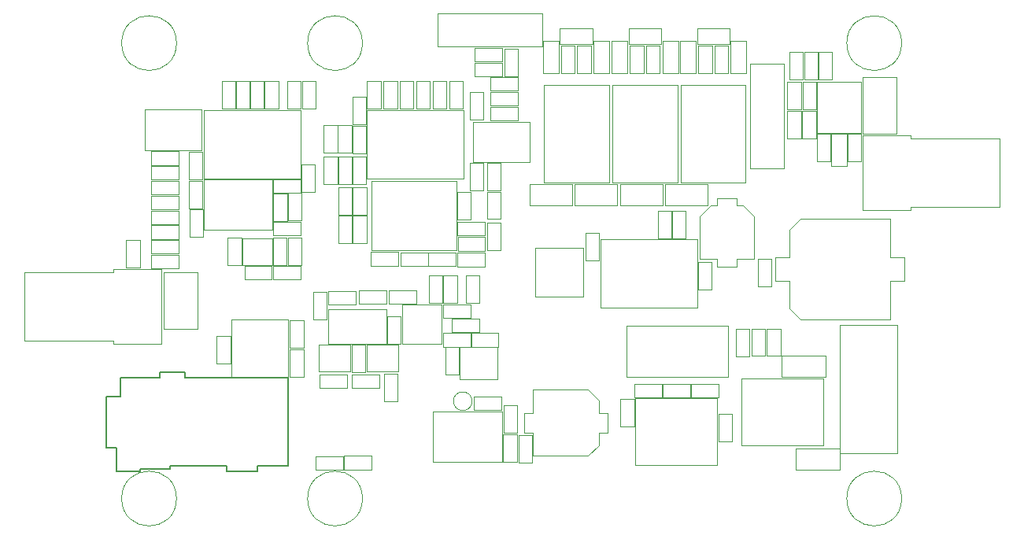
<source format=gbr>
G04 #@! TF.GenerationSoftware,KiCad,Pcbnew,7.0.10*
G04 #@! TF.CreationDate,2024-01-23T19:41:07-06:00*
G04 #@! TF.ProjectId,radiohead,72616469-6f68-4656-9164-2e6b69636164,2.0*
G04 #@! TF.SameCoordinates,Original*
G04 #@! TF.FileFunction,Other,User*
%FSLAX46Y46*%
G04 Gerber Fmt 4.6, Leading zero omitted, Abs format (unit mm)*
G04 Created by KiCad (PCBNEW 7.0.10) date 2024-01-23 19:41:07*
%MOMM*%
%LPD*%
G01*
G04 APERTURE LIST*
%ADD10C,0.050000*%
%ADD11C,0.152400*%
G04 APERTURE END LIST*
D10*
X91313200Y-110531600D02*
X91313200Y-107571600D01*
X92773200Y-110531600D02*
X91313200Y-110531600D01*
X91313200Y-107571600D02*
X92773200Y-107571600D01*
X92773200Y-107571600D02*
X92773200Y-110531600D01*
X99868000Y-124423400D02*
X99868000Y-127383400D01*
X98408000Y-124423400D02*
X99868000Y-124423400D01*
X99868000Y-127383400D02*
X98408000Y-127383400D01*
X98408000Y-127383400D02*
X98408000Y-124423400D01*
X96710400Y-128917400D02*
X93750400Y-128917400D01*
X96710400Y-127457400D02*
X96710400Y-128917400D01*
X93750400Y-128917400D02*
X93750400Y-127457400D01*
X93750400Y-127457400D02*
X96710400Y-127457400D01*
X99903200Y-119539600D02*
X99903200Y-116579600D01*
X101363200Y-119539600D02*
X99903200Y-119539600D01*
X99903200Y-116579600D02*
X101363200Y-116579600D01*
X101363200Y-116579600D02*
X101363200Y-119539600D01*
X94396532Y-110531600D02*
X94396532Y-107571600D01*
X95856532Y-110531600D02*
X94396532Y-110531600D01*
X94396532Y-107571600D02*
X95856532Y-107571600D01*
X95856532Y-107571600D02*
X95856532Y-110531600D01*
X99883700Y-119635400D02*
X99883700Y-122595400D01*
X98423700Y-119635400D02*
X99883700Y-119635400D01*
X99883700Y-122595400D02*
X98423700Y-122595400D01*
X98423700Y-122595400D02*
X98423700Y-119635400D01*
X109277600Y-130066400D02*
X112237600Y-130066400D01*
X109277600Y-131526400D02*
X109277600Y-130066400D01*
X112237600Y-130066400D02*
X112237600Y-131526400D01*
X112237600Y-131526400D02*
X109277600Y-131526400D01*
X95938200Y-110531600D02*
X95938200Y-107571600D01*
X97398200Y-110531600D02*
X95938200Y-110531600D01*
X95938200Y-107571600D02*
X97398200Y-107571600D01*
X97398200Y-107571600D02*
X97398200Y-110531600D01*
X118073900Y-133062800D02*
X115113900Y-133062800D01*
X118073900Y-131602800D02*
X118073900Y-133062800D01*
X115113900Y-133062800D02*
X115113900Y-131602800D01*
X115113900Y-131602800D02*
X118073900Y-131602800D01*
X121493200Y-107051600D02*
X118533200Y-107051600D01*
X121493200Y-105591600D02*
X121493200Y-107051600D01*
X118533200Y-107051600D02*
X118533200Y-105591600D01*
X118533200Y-105591600D02*
X121493200Y-105591600D01*
X120213200Y-108773600D02*
X123173200Y-108773600D01*
X120213200Y-110233600D02*
X120213200Y-108773600D01*
X123173200Y-108773600D02*
X123173200Y-110233600D01*
X123173200Y-110233600D02*
X120213200Y-110233600D01*
X121493200Y-105485600D02*
X118533200Y-105485600D01*
X121493200Y-104025600D02*
X121493200Y-105485600D01*
X118533200Y-105485600D02*
X118533200Y-104025600D01*
X118533200Y-104025600D02*
X121493200Y-104025600D01*
X120213200Y-107177600D02*
X123173200Y-107177600D01*
X120213200Y-108637600D02*
X120213200Y-107177600D01*
X123173200Y-107177600D02*
X123173200Y-108637600D01*
X123173200Y-108637600D02*
X120213200Y-108637600D01*
X123173200Y-111829600D02*
X120213200Y-111829600D01*
X123173200Y-110369600D02*
X123173200Y-111829600D01*
X120213200Y-111829600D02*
X120213200Y-110369600D01*
X120213200Y-110369600D02*
X123173200Y-110369600D01*
X106450000Y-103500000D02*
G75*
G03*
X100550000Y-103500000I-2950000J0D01*
G01*
X100550000Y-103500000D02*
G75*
G03*
X106450000Y-103500000I2950000J0D01*
G01*
X164450000Y-103500000D02*
G75*
G03*
X158550000Y-103500000I-2950000J0D01*
G01*
X158550000Y-103500000D02*
G75*
G03*
X164450000Y-103500000I2950000J0D01*
G01*
X86692800Y-116598974D02*
X83732800Y-116598974D01*
X86692800Y-115138974D02*
X86692800Y-116598974D01*
X83732800Y-116598974D02*
X83732800Y-115138974D01*
X83732800Y-115138974D02*
X86692800Y-115138974D01*
X86692800Y-124560844D02*
X83732800Y-124560844D01*
X86692800Y-123100844D02*
X86692800Y-124560844D01*
X83732800Y-124560844D02*
X83732800Y-123100844D01*
X83732800Y-123100844D02*
X86692800Y-123100844D01*
X83732800Y-118323722D02*
X86692800Y-118323722D01*
X83732800Y-119783722D02*
X83732800Y-118323722D01*
X86692800Y-118323722D02*
X86692800Y-119783722D01*
X86692800Y-119783722D02*
X83732800Y-119783722D01*
X86692800Y-118191348D02*
X83732800Y-118191348D01*
X86692800Y-116731348D02*
X86692800Y-118191348D01*
X83732800Y-118191348D02*
X83732800Y-116731348D01*
X83732800Y-116731348D02*
X86692800Y-116731348D01*
X86692800Y-126153218D02*
X83732800Y-126153218D01*
X86692800Y-124693218D02*
X86692800Y-126153218D01*
X83732800Y-126153218D02*
X83732800Y-124693218D01*
X83732800Y-124693218D02*
X86692800Y-124693218D01*
X84830000Y-127857600D02*
X84830000Y-135857600D01*
X79630000Y-127857600D02*
X84830000Y-127857600D01*
X79630000Y-128177600D02*
X79630000Y-127857600D01*
X70110000Y-128177600D02*
X79630000Y-128177600D01*
X79630000Y-135537600D02*
X70110000Y-135537600D01*
X79630000Y-135537600D02*
X79630000Y-135857600D01*
X70110000Y-135537600D02*
X70110000Y-128177600D01*
X79630000Y-135857600D02*
X84830000Y-135857600D01*
X103862600Y-125043800D02*
X103862600Y-122083800D01*
X105322600Y-125043800D02*
X103862600Y-125043800D01*
X103862600Y-122083800D02*
X105322600Y-122083800D01*
X105322600Y-122083800D02*
X105322600Y-125043800D01*
X116668000Y-122464800D02*
X116668000Y-119504800D01*
X118128000Y-122464800D02*
X116668000Y-122464800D01*
X116668000Y-119504800D02*
X118128000Y-119504800D01*
X118128000Y-119504800D02*
X118128000Y-122464800D01*
X113480400Y-127514200D02*
X110520400Y-127514200D01*
X113480400Y-126054200D02*
X113480400Y-127514200D01*
X110520400Y-127514200D02*
X110520400Y-126054200D01*
X110520400Y-126054200D02*
X113480400Y-126054200D01*
X106889800Y-122084000D02*
X106889800Y-125044000D01*
X105429800Y-122084000D02*
X106889800Y-122084000D01*
X106889800Y-125044000D02*
X105429800Y-125044000D01*
X105429800Y-125044000D02*
X105429800Y-122084000D01*
X96880400Y-122629800D02*
X96880400Y-119669800D01*
X98340400Y-122629800D02*
X96880400Y-122629800D01*
X96880400Y-119669800D02*
X98340400Y-119669800D01*
X98340400Y-119669800D02*
X98340400Y-122629800D01*
X87781500Y-121257200D02*
X87781500Y-118297200D01*
X89241500Y-121257200D02*
X87781500Y-121257200D01*
X87781500Y-118297200D02*
X89241500Y-118297200D01*
X89241500Y-118297200D02*
X89241500Y-121257200D01*
X98334800Y-110542200D02*
X98334800Y-107582200D01*
X99794800Y-110542200D02*
X98334800Y-110542200D01*
X98334800Y-107582200D02*
X99794800Y-107582200D01*
X99794800Y-107582200D02*
X99794800Y-110542200D01*
X108720080Y-110539600D02*
X108720080Y-107579600D01*
X110180080Y-110539600D02*
X108720080Y-110539600D01*
X108720080Y-107579600D02*
X110180080Y-107579600D01*
X110180080Y-107579600D02*
X110180080Y-110539600D01*
X105693200Y-131651600D02*
X102733200Y-131651600D01*
X105693200Y-130191600D02*
X105693200Y-131651600D01*
X102733200Y-131651600D02*
X102733200Y-130191600D01*
X102733200Y-130191600D02*
X105693200Y-130191600D01*
X117549200Y-131427800D02*
X117549200Y-128467800D01*
X119009200Y-131427800D02*
X117549200Y-131427800D01*
X117549200Y-128467800D02*
X119009200Y-128467800D01*
X119009200Y-128467800D02*
X119009200Y-131427800D01*
X113534200Y-126058200D02*
X116494200Y-126058200D01*
X113534200Y-127518200D02*
X113534200Y-126058200D01*
X116494200Y-126058200D02*
X116494200Y-127518200D01*
X116494200Y-127518200D02*
X113534200Y-127518200D01*
X110336200Y-127445600D02*
X107376200Y-127445600D01*
X110336200Y-125985600D02*
X110336200Y-127445600D01*
X107376200Y-127445600D02*
X107376200Y-125985600D01*
X107376200Y-125985600D02*
X110336200Y-125985600D01*
X99796040Y-119600500D02*
X96836040Y-119600500D01*
X99796040Y-118140500D02*
X99796040Y-119600500D01*
X96836040Y-119600500D02*
X96836040Y-118140500D01*
X96836040Y-118140500D02*
X99796040Y-118140500D01*
X118469400Y-141537400D02*
X121429400Y-141537400D01*
X118469400Y-142997400D02*
X118469400Y-141537400D01*
X121429400Y-141537400D02*
X121429400Y-142997400D01*
X121429400Y-142997400D02*
X118469400Y-142997400D01*
X123263000Y-148608800D02*
X123263000Y-145648800D01*
X124723000Y-148608800D02*
X123263000Y-148608800D01*
X123263000Y-145648800D02*
X124723000Y-145648800D01*
X124723000Y-145648800D02*
X124723000Y-148608800D01*
X106450000Y-152500000D02*
G75*
G03*
X100550000Y-152500000I-2950000J0D01*
G01*
X100550000Y-152500000D02*
G75*
G03*
X106450000Y-152500000I2950000J0D01*
G01*
X96851800Y-127467400D02*
X99811800Y-127467400D01*
X96851800Y-128927400D02*
X96851800Y-127467400D01*
X99811800Y-127467400D02*
X99811800Y-128927400D01*
X99811800Y-128927400D02*
X96851800Y-128927400D01*
X109043500Y-135859500D02*
X109043500Y-132159500D01*
X109043500Y-135859500D02*
X102743500Y-135859500D01*
X109043500Y-132159500D02*
X102743500Y-132159500D01*
X102743500Y-135859500D02*
X102743500Y-132159500D01*
X92854866Y-110531600D02*
X92854866Y-107571600D01*
X94314866Y-110531600D02*
X92854866Y-110531600D01*
X92854866Y-107571600D02*
X94314866Y-107571600D01*
X94314866Y-107571600D02*
X94314866Y-110531600D01*
X118060800Y-136175200D02*
X115100800Y-136175200D01*
X118060800Y-134715200D02*
X118060800Y-136175200D01*
X115100800Y-136175200D02*
X115100800Y-134715200D01*
X115100800Y-134715200D02*
X118060800Y-134715200D01*
X87839460Y-124319060D02*
X87839460Y-121359060D01*
X89299460Y-124319060D02*
X87839460Y-124319060D01*
X87839460Y-121359060D02*
X89299460Y-121359060D01*
X89299460Y-121359060D02*
X89299460Y-124319060D01*
X99836300Y-124204500D02*
X96876300Y-124204500D01*
X99836300Y-122744500D02*
X99836300Y-124204500D01*
X96876300Y-124204500D02*
X96876300Y-122744500D01*
X96876300Y-122744500D02*
X99836300Y-122744500D01*
X86692800Y-122968470D02*
X83732800Y-122968470D01*
X86692800Y-121508470D02*
X86692800Y-122968470D01*
X83732800Y-122968470D02*
X83732800Y-121508470D01*
X83732800Y-121508470D02*
X86692800Y-121508470D01*
X164450000Y-152500000D02*
G75*
G03*
X158550000Y-152500000I-2950000J0D01*
G01*
X158550000Y-152500000D02*
G75*
G03*
X164450000Y-152500000I2950000J0D01*
G01*
X153060000Y-147078000D02*
X153060000Y-149378000D01*
X153060000Y-147078000D02*
X157760000Y-147078000D01*
X157760000Y-147078000D02*
X157760000Y-149378000D01*
X157760000Y-149378000D02*
X153060000Y-149378000D01*
X114063600Y-143154600D02*
X114063600Y-148554600D01*
X114063600Y-148554600D02*
X121463600Y-148554600D01*
X121463600Y-143154600D02*
X114063600Y-143154600D01*
X121463600Y-148554600D02*
X121463600Y-143154600D01*
X114977200Y-135877200D02*
X114977200Y-131637200D01*
X114977200Y-131637200D02*
X110737200Y-131637200D01*
X110737200Y-135877200D02*
X114977200Y-135877200D01*
X110737200Y-131637200D02*
X110737200Y-135877200D01*
X121589000Y-148542200D02*
X121589000Y-145582200D01*
X123049000Y-148542200D02*
X121589000Y-148542200D01*
X121589000Y-145582200D02*
X123049000Y-145582200D01*
X123049000Y-145582200D02*
X123049000Y-148542200D01*
X115158200Y-131463800D02*
X115158200Y-128503800D01*
X116618200Y-131463800D02*
X115158200Y-131463800D01*
X115158200Y-128503800D02*
X116618200Y-128503800D01*
X116618200Y-128503800D02*
X116618200Y-131463800D01*
X105380400Y-112253200D02*
X105380400Y-109293200D01*
X106840400Y-112253200D02*
X105380400Y-112253200D01*
X105380400Y-109293200D02*
X106840400Y-109293200D01*
X106840400Y-109293200D02*
X106840400Y-112253200D01*
X89217800Y-115206400D02*
X89217800Y-118166400D01*
X87757800Y-115206400D02*
X89217800Y-115206400D01*
X89217800Y-118166400D02*
X87757800Y-118166400D01*
X87757800Y-118166400D02*
X87757800Y-115206400D01*
X119017600Y-134619200D02*
X116057600Y-134619200D01*
X119017600Y-133159200D02*
X119017600Y-134619200D01*
X116057600Y-134619200D02*
X116057600Y-133159200D01*
X116057600Y-133159200D02*
X119017600Y-133159200D01*
X90779200Y-137983000D02*
X90779200Y-135023000D01*
X92239200Y-137983000D02*
X90779200Y-137983000D01*
X90779200Y-135023000D02*
X92239200Y-135023000D01*
X92239200Y-135023000D02*
X92239200Y-137983000D01*
X100114000Y-136432200D02*
X100114000Y-139392200D01*
X98654000Y-136432200D02*
X100114000Y-136432200D01*
X100114000Y-139392200D02*
X98654000Y-139392200D01*
X98654000Y-139392200D02*
X98654000Y-136432200D01*
X100120200Y-133326800D02*
X100120200Y-136286800D01*
X98660200Y-133326800D02*
X100120200Y-133326800D01*
X100120200Y-136286800D02*
X98660200Y-136286800D01*
X98660200Y-136286800D02*
X98660200Y-133326800D01*
X106918200Y-118076600D02*
X117318200Y-118076600D01*
X117318200Y-118076600D02*
X117318200Y-110676600D01*
X106918200Y-110676600D02*
X106918200Y-118076600D01*
X117318200Y-110676600D02*
X106918200Y-110676600D01*
X83732800Y-119916096D02*
X86692800Y-119916096D01*
X83732800Y-121376096D02*
X83732800Y-119916096D01*
X86692800Y-119916096D02*
X86692800Y-121376096D01*
X86692800Y-121376096D02*
X83732800Y-121376096D01*
X86692800Y-127745598D02*
X83732800Y-127745598D01*
X86692800Y-126285598D02*
X86692800Y-127745598D01*
X83732800Y-127745598D02*
X83732800Y-126285598D01*
X83732800Y-126285598D02*
X86692800Y-126285598D01*
X115369400Y-139189000D02*
X115369400Y-136229000D01*
X116829400Y-139189000D02*
X115369400Y-139189000D01*
X115369400Y-136229000D02*
X116829400Y-136229000D01*
X116829400Y-136229000D02*
X116829400Y-139189000D01*
X105304800Y-138931000D02*
X105304800Y-135971000D01*
X106764800Y-138931000D02*
X105304800Y-138931000D01*
X105304800Y-135971000D02*
X106764800Y-135971000D01*
X106764800Y-135971000D02*
X106764800Y-138931000D01*
X116687400Y-122755200D02*
X119647400Y-122755200D01*
X116687400Y-124215200D02*
X116687400Y-122755200D01*
X119647400Y-122755200D02*
X119647400Y-124215200D01*
X119647400Y-124215200D02*
X116687400Y-124215200D01*
X150860000Y-126508000D02*
X150860000Y-129108000D01*
X150860000Y-129108000D02*
X152410000Y-129108000D01*
X152410000Y-123558000D02*
X152410000Y-126508000D01*
X152410000Y-123558000D02*
X153560000Y-122408000D01*
X152410000Y-126508000D02*
X150860000Y-126508000D01*
X152410000Y-129108000D02*
X152410000Y-132058000D01*
X152410000Y-132058000D02*
X153560000Y-133208000D01*
X153560000Y-122408000D02*
X163210000Y-122408000D01*
X153560000Y-133208000D02*
X163210000Y-133208000D01*
X163210000Y-122408000D02*
X163210000Y-126508000D01*
X163210000Y-126508000D02*
X164760000Y-126508000D01*
X163210000Y-129108000D02*
X163210000Y-133208000D01*
X164760000Y-126508000D02*
X164760000Y-129108000D01*
X164760000Y-129108000D02*
X163210000Y-129108000D01*
X102623200Y-130296600D02*
X102623200Y-133256600D01*
X101163200Y-130296600D02*
X102623200Y-130296600D01*
X102623200Y-133256600D02*
X101163200Y-133256600D01*
X101163200Y-133256600D02*
X101163200Y-130296600D01*
X118136000Y-134705400D02*
X121096000Y-134705400D01*
X118136000Y-136165400D02*
X118136000Y-134705400D01*
X121096000Y-134705400D02*
X121096000Y-136165400D01*
X121096000Y-136165400D02*
X118136000Y-136165400D01*
X157820000Y-133836000D02*
X157820000Y-147586000D01*
X157820000Y-147586000D02*
X163970000Y-147586000D01*
X163970000Y-133836000D02*
X157820000Y-133836000D01*
X163970000Y-147586000D02*
X163970000Y-133836000D01*
X148104600Y-134228800D02*
X148104600Y-137188800D01*
X146644600Y-134228800D02*
X148104600Y-134228800D01*
X148104600Y-137188800D02*
X146644600Y-137188800D01*
X146644600Y-137188800D02*
X146644600Y-134228800D01*
X148320000Y-137168000D02*
X148320000Y-134208000D01*
X149780000Y-137168000D02*
X148320000Y-137168000D01*
X148320000Y-134208000D02*
X149780000Y-134208000D01*
X149780000Y-134208000D02*
X149780000Y-137168000D01*
X105317000Y-119005000D02*
X105317000Y-121965000D01*
X103857000Y-119005000D02*
X105317000Y-119005000D01*
X105317000Y-121965000D02*
X103857000Y-121965000D01*
X103857000Y-121965000D02*
X103857000Y-119005000D01*
X105417200Y-121967600D02*
X105417200Y-119007600D01*
X106877200Y-121967600D02*
X105417200Y-121967600D01*
X105417200Y-119007600D02*
X106877200Y-119007600D01*
X106877200Y-119007600D02*
X106877200Y-121967600D01*
X118239800Y-142029400D02*
G75*
G03*
X116239800Y-142029400I-1000000J0D01*
G01*
X116239800Y-142029400D02*
G75*
G03*
X118239800Y-142029400I1000000J0D01*
G01*
X156030000Y-146798000D02*
X156030000Y-139598000D01*
X156030000Y-139598000D02*
X147230000Y-139598000D01*
X147230000Y-146798000D02*
X156030000Y-146798000D01*
X147230000Y-139598000D02*
X147230000Y-146798000D01*
X116696400Y-124374800D02*
X119656400Y-124374800D01*
X116696400Y-125834800D02*
X116696400Y-124374800D01*
X119656400Y-124374800D02*
X119656400Y-125834800D01*
X119656400Y-125834800D02*
X116696400Y-125834800D01*
X91956800Y-127403200D02*
X91956800Y-124443200D01*
X93416800Y-127403200D02*
X91956800Y-127403200D01*
X91956800Y-124443200D02*
X93416800Y-124443200D01*
X93416800Y-124443200D02*
X93416800Y-127403200D01*
X124425200Y-116306600D02*
X118329200Y-116306600D01*
X124425200Y-111966600D02*
X124425200Y-116306600D01*
X118329200Y-116306600D02*
X118329200Y-111966600D01*
X118329200Y-111966600D02*
X124425200Y-111966600D01*
X83075200Y-110666600D02*
X89171200Y-110666600D01*
X83075200Y-115006600D02*
X83075200Y-110666600D01*
X89171200Y-110666600D02*
X89171200Y-115006600D01*
X89171200Y-115006600D02*
X83075200Y-115006600D01*
X144730600Y-141610800D02*
X141770600Y-141610800D01*
X144730600Y-140150800D02*
X144730600Y-141610800D01*
X141770600Y-141610800D02*
X141770600Y-140150800D01*
X141770600Y-140150800D02*
X144730600Y-140150800D01*
X141698400Y-141629200D02*
X138738400Y-141629200D01*
X141698400Y-140169200D02*
X141698400Y-141629200D01*
X138738400Y-141629200D02*
X138738400Y-140169200D01*
X138738400Y-140169200D02*
X141698400Y-140169200D01*
X121621800Y-145447200D02*
X121621800Y-142487200D01*
X123081800Y-145447200D02*
X121621800Y-145447200D01*
X121621800Y-142487200D02*
X123081800Y-142487200D01*
X123081800Y-142487200D02*
X123081800Y-145447200D01*
X150449200Y-126723600D02*
X150449200Y-129683600D01*
X148989200Y-126723600D02*
X150449200Y-126723600D01*
X150449200Y-129683600D02*
X148989200Y-129683600D01*
X148989200Y-129683600D02*
X148989200Y-126723600D01*
X108406800Y-107579600D02*
X108406800Y-110539600D01*
X106946800Y-107579600D02*
X108406800Y-107579600D01*
X108406800Y-110539600D02*
X106946800Y-110539600D01*
X106946800Y-110539600D02*
X106946800Y-107579600D01*
X151410000Y-134208000D02*
X151410000Y-137168000D01*
X149950000Y-134208000D02*
X151410000Y-134208000D01*
X151410000Y-137168000D02*
X149950000Y-137168000D01*
X149950000Y-137168000D02*
X149950000Y-134208000D01*
X146187800Y-143385400D02*
X146187800Y-146345400D01*
X144727800Y-143385400D02*
X146187800Y-143385400D01*
X146187800Y-146345400D02*
X144727800Y-146345400D01*
X144727800Y-146345400D02*
X144727800Y-143385400D01*
X144608000Y-148888000D02*
X144608000Y-141688000D01*
X144608000Y-141688000D02*
X135808000Y-141688000D01*
X135808000Y-148888000D02*
X144608000Y-148888000D01*
X135808000Y-141688000D02*
X135808000Y-148888000D01*
X116693600Y-126069600D02*
X119653600Y-126069600D01*
X116693600Y-127529600D02*
X116693600Y-126069600D01*
X119653600Y-126069600D02*
X119653600Y-127529600D01*
X119653600Y-127529600D02*
X116693600Y-127529600D01*
X115041000Y-128509800D02*
X115041000Y-131469800D01*
X113581000Y-128509800D02*
X115041000Y-128509800D01*
X115041000Y-131469800D02*
X113581000Y-131469800D01*
X113581000Y-131469800D02*
X113581000Y-128509800D01*
X134220200Y-144736000D02*
X134220200Y-141776000D01*
X135680200Y-144736000D02*
X134220200Y-144736000D01*
X134220200Y-141776000D02*
X135680200Y-141776000D01*
X135680200Y-141776000D02*
X135680200Y-144736000D01*
X132790000Y-145398000D02*
X132790000Y-143298000D01*
X132790000Y-143298000D02*
X131890000Y-143298000D01*
X131890000Y-146748000D02*
X131890000Y-145398000D01*
X131890000Y-146748000D02*
X130740000Y-147898000D01*
X131890000Y-145398000D02*
X132790000Y-145398000D01*
X131890000Y-143298000D02*
X131890000Y-141948000D01*
X131890000Y-141948000D02*
X130740000Y-140798000D01*
X130740000Y-147898000D02*
X124790000Y-147898000D01*
X130740000Y-140798000D02*
X124790000Y-140798000D01*
X124790000Y-147898000D02*
X124790000Y-145398000D01*
X124790000Y-145398000D02*
X123890000Y-145398000D01*
X124790000Y-143298000D02*
X124790000Y-140798000D01*
X123890000Y-145398000D02*
X123890000Y-143298000D01*
X123890000Y-143298000D02*
X124790000Y-143298000D01*
X96764800Y-123588200D02*
X96764800Y-118188200D01*
X96764800Y-118188200D02*
X89364800Y-118188200D01*
X89364800Y-123588200D02*
X96764800Y-123588200D01*
X89364800Y-118188200D02*
X89364800Y-123588200D01*
X96846600Y-127394200D02*
X96846600Y-124434200D01*
X98306600Y-127394200D02*
X96846600Y-127394200D01*
X96846600Y-124434200D02*
X98306600Y-124434200D01*
X98306600Y-124434200D02*
X98306600Y-127394200D01*
X119871400Y-125786200D02*
X119871400Y-122826200D01*
X121331400Y-125786200D02*
X119871400Y-125786200D01*
X119871400Y-122826200D02*
X121331400Y-122826200D01*
X121331400Y-122826200D02*
X121331400Y-125786200D01*
X105393200Y-118669600D02*
X105393200Y-115709600D01*
X106853200Y-118669600D02*
X105393200Y-118669600D01*
X105393200Y-115709600D02*
X106853200Y-115709600D01*
X106853200Y-115709600D02*
X106853200Y-118669600D01*
X103843200Y-118659600D02*
X103843200Y-115699600D01*
X105303200Y-118659600D02*
X103843200Y-118659600D01*
X103843200Y-115699600D02*
X105303200Y-115699600D01*
X105303200Y-115699600D02*
X105303200Y-118659600D01*
X114039920Y-110539600D02*
X114039920Y-107579600D01*
X115499920Y-110539600D02*
X114039920Y-110539600D01*
X114039920Y-107579600D02*
X115499920Y-107579600D01*
X115499920Y-107579600D02*
X115499920Y-110539600D01*
X110493360Y-110539600D02*
X110493360Y-107579600D01*
X111953360Y-110539600D02*
X110493360Y-110539600D01*
X110493360Y-107579600D02*
X111953360Y-107579600D01*
X111953360Y-107579600D02*
X111953360Y-110539600D01*
X115813200Y-110539600D02*
X115813200Y-107579600D01*
X117273200Y-110539600D02*
X115813200Y-110539600D01*
X115813200Y-107579600D02*
X117273200Y-107579600D01*
X117273200Y-107579600D02*
X117273200Y-110539600D01*
X112266640Y-110539600D02*
X112266640Y-107579600D01*
X113726640Y-110539600D02*
X112266640Y-110539600D01*
X112266640Y-107579600D02*
X113726640Y-107579600D01*
X113726640Y-107579600D02*
X113726640Y-110539600D01*
X119848200Y-122438600D02*
X119848200Y-119478600D01*
X121308200Y-122438600D02*
X119848200Y-122438600D01*
X119848200Y-119478600D02*
X121308200Y-119478600D01*
X121308200Y-119478600D02*
X121308200Y-122438600D01*
X117982000Y-119374200D02*
X117982000Y-116414200D01*
X119442000Y-119374200D02*
X117982000Y-119374200D01*
X117982000Y-116414200D02*
X119442000Y-116414200D01*
X119442000Y-116414200D02*
X119442000Y-119374200D01*
X119483200Y-108749600D02*
X119483200Y-111709600D01*
X118023200Y-108749600D02*
X119483200Y-108749600D01*
X119483200Y-111709600D02*
X118023200Y-111709600D01*
X118023200Y-111709600D02*
X118023200Y-108749600D01*
X105383200Y-115339600D02*
X105383200Y-112379600D01*
X106843200Y-115339600D02*
X105383200Y-115339600D01*
X105383200Y-112379600D02*
X106843200Y-112379600D01*
X106843200Y-112379600D02*
X106843200Y-115339600D01*
X103823200Y-115319600D02*
X103823200Y-112359600D01*
X105283200Y-115319600D02*
X103823200Y-115319600D01*
X103823200Y-112359600D02*
X105283200Y-112359600D01*
X105283200Y-112359600D02*
X105283200Y-115319600D01*
X102293200Y-115309600D02*
X102293200Y-112349600D01*
X103753200Y-115309600D02*
X102293200Y-115309600D01*
X102293200Y-112349600D02*
X103753200Y-112349600D01*
X103753200Y-112349600D02*
X103753200Y-115309600D01*
X102293200Y-118649600D02*
X102293200Y-115689600D01*
X103753200Y-118649600D02*
X102293200Y-118649600D01*
X102293200Y-115689600D02*
X103753200Y-115689600D01*
X103753200Y-115689600D02*
X103753200Y-118649600D01*
X116896400Y-136239200D02*
X116896400Y-139639200D01*
X116896400Y-139639200D02*
X120996400Y-139639200D01*
X120996400Y-136239200D02*
X116896400Y-136239200D01*
X120996400Y-139639200D02*
X120996400Y-136239200D01*
X156240000Y-139388000D02*
X156240000Y-137088000D01*
X156240000Y-139388000D02*
X151540000Y-139388000D01*
X151540000Y-139388000D02*
X151540000Y-137088000D01*
X151540000Y-137088000D02*
X156240000Y-137088000D01*
X123175000Y-104115000D02*
X123175000Y-107075000D01*
X121715000Y-104115000D02*
X123175000Y-104115000D01*
X123175000Y-107075000D02*
X121715000Y-107075000D01*
X121715000Y-107075000D02*
X121715000Y-104115000D01*
X107408600Y-125747000D02*
X116568600Y-125747000D01*
X116568600Y-125747000D02*
X116568600Y-118347000D01*
X107408600Y-118347000D02*
X107408600Y-125747000D01*
X116568600Y-118347000D02*
X107408600Y-118347000D01*
X138718332Y-120935000D02*
X134158332Y-120935000D01*
X138718332Y-118695000D02*
X138718332Y-120935000D01*
X134158332Y-120935000D02*
X134158332Y-118695000D01*
X134158332Y-118695000D02*
X138718332Y-118695000D01*
X105295000Y-139125000D02*
X108255000Y-139125000D01*
X105295000Y-140585000D02*
X105295000Y-139125000D01*
X108255000Y-139125000D02*
X108255000Y-140585000D01*
X108255000Y-140585000D02*
X105295000Y-140585000D01*
X131185000Y-103635000D02*
X127685000Y-103635000D01*
X131185000Y-101935000D02*
X131185000Y-103635000D01*
X127685000Y-103635000D02*
X127685000Y-101935000D01*
X127685000Y-101935000D02*
X131185000Y-101935000D01*
X145795000Y-139415000D02*
X145795000Y-133915000D01*
X145795000Y-133915000D02*
X134895000Y-133915000D01*
X134895000Y-139415000D02*
X145795000Y-139415000D01*
X134895000Y-133915000D02*
X134895000Y-139415000D01*
X141235000Y-121535000D02*
X141235000Y-124495000D01*
X139775000Y-121535000D02*
X141235000Y-121535000D01*
X141235000Y-124495000D02*
X139775000Y-124495000D01*
X139775000Y-124495000D02*
X139775000Y-121535000D01*
X131017220Y-103765000D02*
X131017220Y-106725000D01*
X129557220Y-103765000D02*
X131017220Y-103765000D01*
X131017220Y-106725000D02*
X129557220Y-106725000D01*
X129557220Y-106725000D02*
X129557220Y-103765000D01*
X148155000Y-105745000D02*
X148155000Y-116945000D01*
X148155000Y-116945000D02*
X151755000Y-116945000D01*
X151755000Y-105745000D02*
X148155000Y-105745000D01*
X151755000Y-116945000D02*
X151755000Y-105745000D01*
X155485000Y-107445000D02*
X155485000Y-104485000D01*
X156945000Y-107445000D02*
X155485000Y-107445000D01*
X155485000Y-104485000D02*
X156945000Y-104485000D01*
X156945000Y-104485000D02*
X156945000Y-107445000D01*
X101425000Y-147925000D02*
X104385000Y-147925000D01*
X101425000Y-149385000D02*
X101425000Y-147925000D01*
X104385000Y-147925000D02*
X104385000Y-149385000D01*
X104385000Y-149385000D02*
X101425000Y-149385000D01*
X142335000Y-103225000D02*
X142335000Y-106725000D01*
X140635000Y-103225000D02*
X142335000Y-103225000D01*
X142335000Y-106725000D02*
X140635000Y-106725000D01*
X140635000Y-106725000D02*
X140635000Y-103225000D01*
X106063600Y-130105400D02*
X109023600Y-130105400D01*
X106063600Y-131565400D02*
X106063600Y-130105400D01*
X109023600Y-130105400D02*
X109023600Y-131565400D01*
X109023600Y-131565400D02*
X106063600Y-131565400D01*
X125015000Y-125545000D02*
X125015000Y-130745000D01*
X125015000Y-130745000D02*
X130215000Y-130745000D01*
X130215000Y-125545000D02*
X125015000Y-125545000D01*
X130215000Y-130745000D02*
X130215000Y-125545000D01*
X104485000Y-147915000D02*
X107445000Y-147915000D01*
X104485000Y-149375000D02*
X104485000Y-147915000D01*
X107445000Y-147915000D02*
X107445000Y-149375000D01*
X107445000Y-149375000D02*
X104485000Y-149375000D01*
X127555000Y-103225000D02*
X127555000Y-106725000D01*
X125855000Y-103225000D02*
X127555000Y-103225000D01*
X127555000Y-106725000D02*
X125855000Y-106725000D01*
X125855000Y-106725000D02*
X125855000Y-103225000D01*
X160075000Y-107675000D02*
X155335000Y-107675000D01*
X160075000Y-107675000D02*
X160075000Y-113135000D01*
X155335000Y-113135000D02*
X155335000Y-107675000D01*
X155335000Y-113135000D02*
X160075000Y-113135000D01*
X121309800Y-116414800D02*
X121309800Y-119374800D01*
X119849800Y-116414800D02*
X121309800Y-116414800D01*
X121309800Y-119374800D02*
X119849800Y-119374800D01*
X119849800Y-119374800D02*
X119849800Y-116414800D01*
X101735000Y-138853200D02*
X101735000Y-135953200D01*
X105135000Y-138853200D02*
X101735000Y-138853200D01*
X101735000Y-135953200D02*
X105135000Y-135953200D01*
X105135000Y-135953200D02*
X105135000Y-138853200D01*
X110245000Y-139055000D02*
X110245000Y-142015000D01*
X108785000Y-139055000D02*
X110245000Y-139055000D01*
X110245000Y-142015000D02*
X108785000Y-142015000D01*
X108785000Y-142015000D02*
X108785000Y-139055000D01*
X81035000Y-127605000D02*
X81035000Y-124645000D01*
X82495000Y-127605000D02*
X81035000Y-127605000D01*
X81035000Y-124645000D02*
X82495000Y-124645000D01*
X82495000Y-124645000D02*
X82495000Y-127605000D01*
X155325000Y-116185000D02*
X155325000Y-113225000D01*
X156785000Y-116185000D02*
X155325000Y-116185000D01*
X155325000Y-113225000D02*
X156785000Y-113225000D01*
X156785000Y-113225000D02*
X156785000Y-116185000D01*
X143575000Y-120935000D02*
X139015000Y-120935000D01*
X143575000Y-118695000D02*
X143575000Y-120935000D01*
X139015000Y-120935000D02*
X139015000Y-118695000D01*
X139015000Y-118695000D02*
X143575000Y-118695000D01*
X147715000Y-103225000D02*
X147715000Y-106725000D01*
X146015000Y-103225000D02*
X147715000Y-103225000D01*
X147715000Y-106725000D02*
X146015000Y-106725000D01*
X146015000Y-106725000D02*
X146015000Y-103225000D01*
X160105000Y-113225000D02*
X160105000Y-116185000D01*
X158645000Y-113225000D02*
X160105000Y-113225000D01*
X160105000Y-116185000D02*
X158645000Y-116185000D01*
X158645000Y-116185000D02*
X158645000Y-113225000D01*
X129286110Y-103765000D02*
X129286110Y-106725000D01*
X127826110Y-103765000D02*
X129286110Y-103765000D01*
X129286110Y-106725000D02*
X127826110Y-106725000D01*
X127826110Y-106725000D02*
X127826110Y-103765000D01*
X88695000Y-128115000D02*
X85095000Y-128115000D01*
X85095000Y-128115000D02*
X85095000Y-134265000D01*
X88695000Y-134265000D02*
X88695000Y-128115000D01*
X85095000Y-134265000D02*
X88695000Y-134265000D01*
X144048333Y-103765000D02*
X144048333Y-106725000D01*
X142588333Y-103765000D02*
X144048333Y-103765000D01*
X144048333Y-106725000D02*
X142588333Y-106725000D01*
X142588333Y-106725000D02*
X142588333Y-103765000D01*
X132975000Y-118485000D02*
X132975000Y-107985000D01*
X132975000Y-118485000D02*
X125995000Y-118485000D01*
X125995000Y-107985000D02*
X132975000Y-107985000D01*
X125995000Y-107985000D02*
X125995000Y-118485000D01*
X160260000Y-121440000D02*
X160260000Y-113440000D01*
X165460000Y-121440000D02*
X160260000Y-121440000D01*
X165460000Y-121120000D02*
X165460000Y-121440000D01*
X174980000Y-121120000D02*
X165460000Y-121120000D01*
X165460000Y-113760000D02*
X174980000Y-113760000D01*
X165460000Y-113760000D02*
X165460000Y-113440000D01*
X174980000Y-113760000D02*
X174980000Y-121120000D01*
X165460000Y-113440000D02*
X160260000Y-113440000D01*
X132035000Y-131975000D02*
X142435000Y-131975000D01*
X142435000Y-131975000D02*
X142435000Y-124575000D01*
X132035000Y-124575000D02*
X132035000Y-131975000D01*
X142435000Y-124575000D02*
X132035000Y-124575000D01*
X138655000Y-141625000D02*
X135695000Y-141625000D01*
X138655000Y-140165000D02*
X138655000Y-141625000D01*
X135695000Y-141625000D02*
X135695000Y-140165000D01*
X135695000Y-140165000D02*
X138655000Y-140165000D01*
X131915000Y-123935000D02*
X131915000Y-126895000D01*
X130455000Y-123935000D02*
X131915000Y-123935000D01*
X131915000Y-126895000D02*
X130455000Y-126895000D01*
X130455000Y-126895000D02*
X130455000Y-123935000D01*
X140423333Y-103225000D02*
X140423333Y-106725000D01*
X138723333Y-103225000D02*
X140423333Y-103225000D01*
X140423333Y-106725000D02*
X138723333Y-106725000D01*
X138723333Y-106725000D02*
X138723333Y-103225000D01*
X143995000Y-127075000D02*
X143995000Y-130035000D01*
X142535000Y-127075000D02*
X143995000Y-127075000D01*
X143995000Y-130035000D02*
X142535000Y-130035000D01*
X142535000Y-130035000D02*
X142535000Y-127075000D01*
X153765000Y-113785000D02*
X153765000Y-110825000D01*
X155225000Y-113785000D02*
X153765000Y-113785000D01*
X153765000Y-110825000D02*
X155225000Y-110825000D01*
X155225000Y-110825000D02*
X155225000Y-113785000D01*
X134953333Y-103225000D02*
X134953333Y-106725000D01*
X133253333Y-103225000D02*
X134953333Y-103225000D01*
X134953333Y-106725000D02*
X133253333Y-106725000D01*
X133253333Y-106725000D02*
X133253333Y-103225000D01*
X156875000Y-116725000D02*
X156875000Y-113225000D01*
X158575000Y-116725000D02*
X156875000Y-116725000D01*
X156875000Y-113225000D02*
X158575000Y-113225000D01*
X158575000Y-113225000D02*
X158575000Y-116725000D01*
X145761666Y-103765000D02*
X145761666Y-106725000D01*
X144301666Y-103765000D02*
X145761666Y-103765000D01*
X145761666Y-106725000D02*
X144301666Y-106725000D01*
X144301666Y-106725000D02*
X144301666Y-103765000D01*
X152385000Y-107445000D02*
X152385000Y-104485000D01*
X153845000Y-107445000D02*
X152385000Y-107445000D01*
X152385000Y-104485000D02*
X153845000Y-104485000D01*
X153845000Y-104485000D02*
X153845000Y-107445000D01*
X92324600Y-133232800D02*
X92324600Y-139382800D01*
X92324600Y-139382800D02*
X98474600Y-139382800D01*
X98474600Y-133232800D02*
X92324600Y-133232800D01*
X98474600Y-139382800D02*
X98474600Y-133232800D01*
X138439999Y-103765000D02*
X138439999Y-106725000D01*
X136979999Y-103765000D02*
X138439999Y-103765000D01*
X138439999Y-106725000D02*
X136979999Y-106725000D01*
X136979999Y-106725000D02*
X136979999Y-103765000D01*
X152155000Y-113785000D02*
X152155000Y-110825000D01*
X153615000Y-113785000D02*
X152155000Y-113785000D01*
X152155000Y-110825000D02*
X153615000Y-110825000D01*
X153615000Y-110825000D02*
X153615000Y-113785000D01*
X109130400Y-135850400D02*
X109130400Y-132890400D01*
X110590400Y-135850400D02*
X109130400Y-135850400D01*
X109130400Y-132890400D02*
X110590400Y-132890400D01*
X110590400Y-132890400D02*
X110590400Y-135850400D01*
X96725000Y-127355000D02*
X96725000Y-124555000D01*
X96725000Y-127355000D02*
X93525000Y-127355000D01*
X96725000Y-124555000D02*
X93525000Y-124555000D01*
X93525000Y-124555000D02*
X93525000Y-127355000D01*
X86450000Y-103500000D02*
G75*
G03*
X80550000Y-103500000I-2950000J0D01*
G01*
X80550000Y-103500000D02*
G75*
G03*
X86450000Y-103500000I2950000J0D01*
G01*
X139695000Y-121525000D02*
X139695000Y-124485000D01*
X138235000Y-121525000D02*
X139695000Y-121525000D01*
X139695000Y-124485000D02*
X138235000Y-124485000D01*
X138235000Y-124485000D02*
X138235000Y-121525000D01*
X163895000Y-107145000D02*
X160295000Y-107145000D01*
X160295000Y-107145000D02*
X160295000Y-113295000D01*
X163895000Y-113295000D02*
X163895000Y-107145000D01*
X160295000Y-113295000D02*
X163895000Y-113295000D01*
X147665000Y-118485000D02*
X147665000Y-107985000D01*
X147665000Y-118485000D02*
X140685000Y-118485000D01*
X140685000Y-107985000D02*
X147665000Y-107985000D01*
X140685000Y-107985000D02*
X140685000Y-118485000D01*
X106915000Y-138854200D02*
X106915000Y-135954200D01*
X110315000Y-138854200D02*
X106915000Y-138854200D01*
X106915000Y-135954200D02*
X110315000Y-135954200D01*
X110315000Y-135954200D02*
X110315000Y-138854200D01*
X133861666Y-120935000D02*
X129301666Y-120935000D01*
X133861666Y-118695000D02*
X133861666Y-120935000D01*
X129301666Y-120935000D02*
X129301666Y-118695000D01*
X129301666Y-118695000D02*
X133861666Y-118695000D01*
X129005000Y-120935000D02*
X124445000Y-120935000D01*
X129005000Y-118695000D02*
X129005000Y-120935000D01*
X124445000Y-120935000D02*
X124445000Y-118695000D01*
X124445000Y-118695000D02*
X129005000Y-118695000D01*
X136696666Y-103765000D02*
X136696666Y-106725000D01*
X135236666Y-103765000D02*
X136696666Y-103765000D01*
X136696666Y-106725000D02*
X135236666Y-106725000D01*
X135236666Y-106725000D02*
X135236666Y-103765000D01*
X101405600Y-107617200D02*
X101405600Y-110577200D01*
X99945600Y-107617200D02*
X101405600Y-107617200D01*
X101405600Y-110577200D02*
X99945600Y-110577200D01*
X99945600Y-110577200D02*
X99945600Y-107617200D01*
X140343333Y-118485000D02*
X140343333Y-107985000D01*
X140343333Y-118485000D02*
X133363333Y-118485000D01*
X133363333Y-107985000D02*
X140343333Y-107985000D01*
X133363333Y-107985000D02*
X133363333Y-118485000D01*
X146705000Y-120155000D02*
X144605000Y-120155000D01*
X144605000Y-120155000D02*
X144605000Y-120955000D01*
X147405000Y-120955000D02*
X146705000Y-120955000D01*
X147405000Y-120955000D02*
X148555000Y-122105000D01*
X146705000Y-120955000D02*
X146705000Y-120155000D01*
X144605000Y-120955000D02*
X143905000Y-120955000D01*
X143905000Y-120955000D02*
X142755000Y-122105000D01*
X148555000Y-122105000D02*
X148555000Y-126755000D01*
X142755000Y-122105000D02*
X142755000Y-126755000D01*
X148555000Y-126755000D02*
X146705000Y-126755000D01*
X146705000Y-126755000D02*
X146705000Y-127555000D01*
X144605000Y-126755000D02*
X142755000Y-126755000D01*
X146705000Y-127555000D02*
X144605000Y-127555000D01*
X144605000Y-127555000D02*
X144605000Y-126755000D01*
X86450000Y-152500000D02*
G75*
G03*
X80550000Y-152500000I-2950000J0D01*
G01*
X80550000Y-152500000D02*
G75*
G03*
X86450000Y-152500000I2950000J0D01*
G01*
D11*
X80017399Y-149606000D02*
X82531999Y-149606000D01*
X82531999Y-149606000D02*
X82531999Y-149313900D01*
X91823700Y-149606000D02*
X95125700Y-149606000D01*
X95125700Y-149606000D02*
X95125700Y-149004800D01*
X82531999Y-149313900D02*
X85725701Y-149313900D01*
X85725701Y-149313900D02*
X85725701Y-149004800D01*
X85725701Y-149004800D02*
X91823700Y-149004800D01*
X91823700Y-149004800D02*
X91823700Y-149606000D01*
X95125700Y-149004800D02*
X98429300Y-149004800D01*
X98429300Y-149004800D02*
X98429300Y-139505200D01*
X78922100Y-147010900D02*
X80017399Y-147010900D01*
X80017399Y-147010900D02*
X80017399Y-149606000D01*
X78922100Y-141499100D02*
X78922100Y-147010900D01*
X80420700Y-141499100D02*
X78922100Y-141499100D01*
X80420700Y-139505200D02*
X80420700Y-141499100D01*
X84615800Y-139505200D02*
X80420700Y-139505200D01*
X87333600Y-139505200D02*
X87333600Y-138904000D01*
X98429300Y-139505200D02*
X87333600Y-139505200D01*
X84615800Y-138904000D02*
X84615800Y-139505200D01*
X87333600Y-138904000D02*
X84615800Y-138904000D01*
D10*
X114575000Y-103885000D02*
X125775000Y-103885000D01*
X125775000Y-103885000D02*
X125775000Y-100285000D01*
X114575000Y-100285000D02*
X114575000Y-103885000D01*
X125775000Y-100285000D02*
X114575000Y-100285000D01*
X104825000Y-140585000D02*
X101865000Y-140585000D01*
X104825000Y-139125000D02*
X104825000Y-140585000D01*
X101865000Y-140585000D02*
X101865000Y-139125000D01*
X101865000Y-139125000D02*
X104825000Y-139125000D01*
X99789600Y-110676600D02*
X89389600Y-110676600D01*
X89389600Y-110676600D02*
X89389600Y-118076600D01*
X99789600Y-118076600D02*
X99789600Y-110676600D01*
X89389600Y-118076600D02*
X99789600Y-118076600D01*
X145935000Y-103635000D02*
X142435000Y-103635000D01*
X145935000Y-101935000D02*
X145935000Y-103635000D01*
X142435000Y-103635000D02*
X142435000Y-101935000D01*
X142435000Y-101935000D02*
X145935000Y-101935000D01*
X152165000Y-110665000D02*
X152165000Y-107705000D01*
X153625000Y-110665000D02*
X152165000Y-110665000D01*
X152165000Y-107705000D02*
X153625000Y-107705000D01*
X153625000Y-107705000D02*
X153625000Y-110665000D01*
X132988332Y-103225000D02*
X132988332Y-106725000D01*
X131288332Y-103225000D02*
X132988332Y-103225000D01*
X132988332Y-106725000D02*
X131288332Y-106725000D01*
X131288332Y-106725000D02*
X131288332Y-103225000D01*
X138583333Y-103635000D02*
X135083333Y-103635000D01*
X138583333Y-101935000D02*
X138583333Y-103635000D01*
X135083333Y-103635000D02*
X135083333Y-101935000D01*
X135083333Y-101935000D02*
X138583333Y-101935000D01*
X153805000Y-110665000D02*
X153805000Y-107705000D01*
X155265000Y-110665000D02*
X153805000Y-110665000D01*
X153805000Y-107705000D02*
X155265000Y-107705000D01*
X155265000Y-107705000D02*
X155265000Y-110665000D01*
X155445000Y-104485000D02*
X155445000Y-107445000D01*
X153985000Y-104485000D02*
X155445000Y-104485000D01*
X155445000Y-107445000D02*
X153985000Y-107445000D01*
X153985000Y-107445000D02*
X153985000Y-104485000D01*
M02*

</source>
